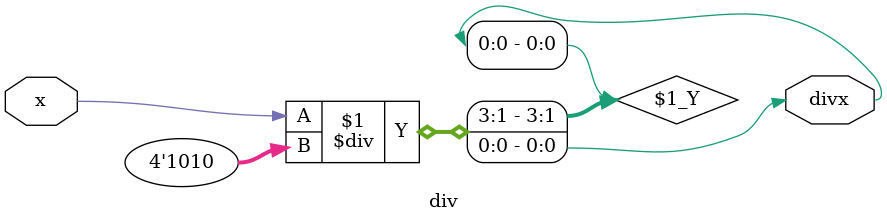
<source format=v>
module div(
    input x,
    output divx
);
    assign divx = x / 4'd10;

endmodule // div
</source>
